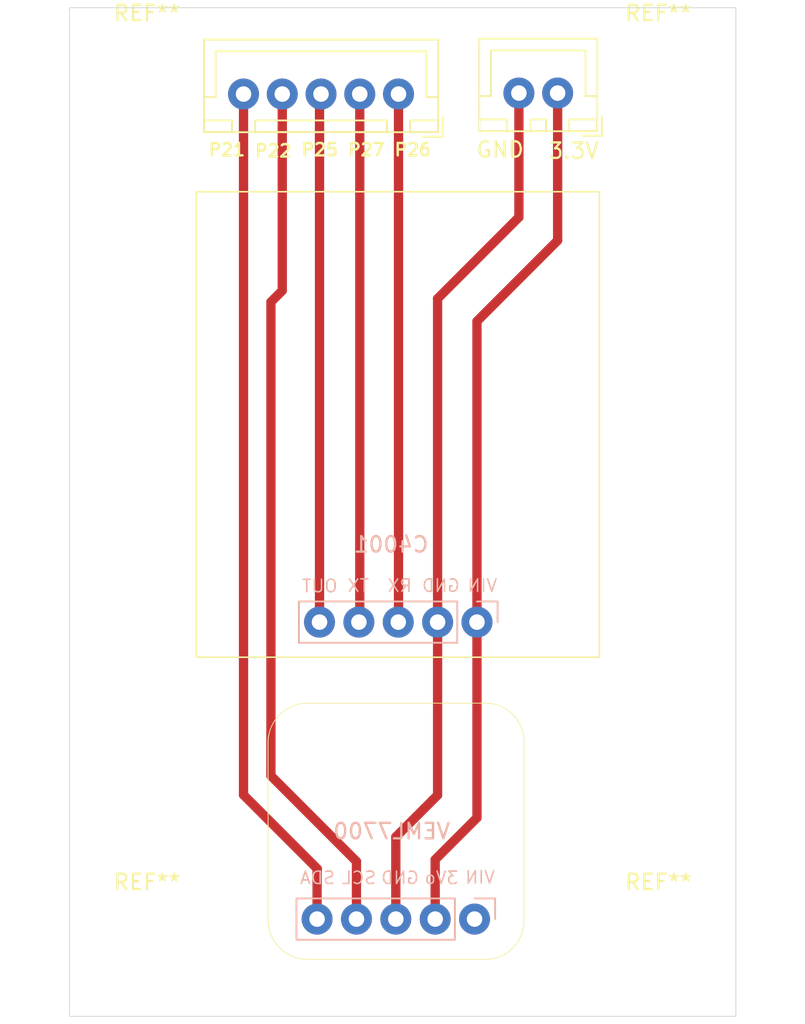
<source format=kicad_pcb>
(kicad_pcb (version 20241229) (generator "pcbnew") (generator_version "9.0")
  (layers (0 "F.Cu" signal) (2 "B.Cu" signal) (13 "F.Paste" user) (15 "B.Paste" user) (5 "F.SilkS" user "F.Silkscreen") (7 "B.SilkS" user "B.Silkscreen") (1 "F.Mask" user) (3 "B.Mask" user) (25 "Edge.Cuts" user))
  (net 0 "")
  (net 1 "GND")
  (net 2 "/RX")
  (net 3 "/OUT")
  (net 4 "/TX")
  (net 5 "/3Vo")
  (net 6 "/SCL")
  (net 7 "/SDA")
  (footprint "MountingHole:MountingHole_3.2mm_M3" (layer "F.Cu") (at 187 55)
    (property "Reference" "REF**" (at 0 -4.15 0) (layer "F.SilkS"))
    (property "Value" "MountingHole_3.2mm_M3")
    (pad "" np_thru_hole circle (at 0 0) (size 3.2 3.2) (drill 3.2) (layers "*.Cu" "*.Mask"))
  )
  (footprint "MountingHole:MountingHole_3.2mm_M3" (layer "F.Cu") (at 154 55)
    (property "Reference" "REF**" (at 0 -4.15 0) (layer "F.SilkS"))
    (property "Value" "MountingHole_3.2mm_M3")
    (pad "" np_thru_hole circle (at 0 0) (size 3.2 3.2) (drill 3.2) (layers "*.Cu" "*.Mask"))
  )
  (footprint "MountingHole:MountingHole_3.2mm_M3" (layer "F.Cu") (at 187 111)
    (property "Reference" "REF**" (at 0 -4.15 0) (layer "F.SilkS"))
    (property "Value" "MountingHole_3.2mm_M3")
    (pad "" np_thru_hole circle (at 0 0) (size 3.2 3.2) (drill 3.2) (layers "*.Cu" "*.Mask"))
  )
  (footprint "Connector_JST:JST_XH_B5B-XH-A_1x05_P2.50mm_Vertical" (layer "F.Cu") (at 170.231742 56.063348 180)
    (property "Reference" "J2" (hide yes))
    (property "Value" "Conn_01x05_Socket" (hide yes))
    (fp_line (start 12.56 3.51) (end 12.56 -2.46) (stroke (width 0.12)) (layer "F.SilkS"))
    (fp_line (start 12.56 -2.46) (end -2.56 -2.46) (stroke (width 0.12)) (layer "F.SilkS"))
    (fp_line (start 12.55 -0.2) (end 11.8 -0.2) (stroke (width 0.12)) (layer "F.SilkS"))
    (fp_line (start 12.55 -1.7) (end 12.55 -2.45) (stroke (width 0.12)) (layer "F.SilkS"))
    (fp_line (start 12.55 -2.45) (end 10.75 -2.45) (stroke (width 0.12)) (layer "F.SilkS"))
    (fp_line (start 11.8 2.75) (end 5 2.75) (stroke (width 0.12)) (layer "F.SilkS"))
    (fp_line (start 11.8 -0.2) (end 11.8 2.75) (stroke (width 0.12)) (layer "F.SilkS"))
    (fp_line (start 10.75 -1.7) (end 12.55 -1.7) (stroke (width 0.12)) (layer "F.SilkS"))
    (fp_line (start 10.75 -2.45) (end 10.75 -1.7) (stroke (width 0.12)) (layer "F.SilkS"))
    (fp_line (start 9.25 -1.7) (end 9.25 -2.45) (stroke (width 0.12)) (layer "F.SilkS"))
    (fp_line (start 9.25 -2.45) (end 0.75 -2.45) (stroke (width 0.12)) (layer "F.SilkS"))
    (fp_line (start 0.75 -1.7) (end 9.25 -1.7) (stroke (width 0.12)) (layer "F.SilkS"))
    (fp_line (start 0.75 -2.45) (end 0.75 -1.7) (stroke (width 0.12)) (layer "F.SilkS"))
    (fp_line (start -0.75 -1.7) (end -0.75 -2.45) (stroke (width 0.12)) (layer "F.SilkS"))
    (fp_line (start -0.75 -2.45) (end -2.55 -2.45) (stroke (width 0.12)) (layer "F.SilkS"))
    (fp_line (start -1.6 -2.75) (end -2.85 -2.75) (stroke (width 0.12)) (layer "F.SilkS"))
    (fp_line (start -1.8 2.75) (end 5 2.75) (stroke (width 0.12)) (layer "F.SilkS"))
    (fp_line (start -1.8 -0.2) (end -1.8 2.75) (stroke (width 0.12)) (layer "F.SilkS"))
    (fp_line (start -2.55 -0.2) (end -1.8 -0.2) (stroke (width 0.12)) (layer "F.SilkS"))
    (fp_line (start -2.55 -1.7) (end -0.75 -1.7) (stroke (width 0.12)) (layer "F.SilkS"))
    (fp_line (start -2.55 -2.45) (end -2.55 -1.7) (stroke (width 0.12)) (layer "F.SilkS"))
    (fp_line (start -2.56 3.51) (end 12.56 3.51) (stroke (width 0.12)) (layer "F.SilkS"))
    (fp_line (start -2.56 -2.46) (end -2.56 3.51) (stroke (width 0.12)) (layer "F.SilkS"))
    (fp_line (start -2.85 -2.75) (end -2.85 -1.5) (stroke (width 0.12)) (layer "F.SilkS"))
    (pad "1" thru_hole circle (at 0 0 180) (size 2 2) (drill 1) (layers "*.Cu" "*.Mask") (net 2 "/RX"))
    (pad "2" thru_hole circle (at 2.5 0 180) (size 2 2) (drill 1) (layers "*.Cu" "*.Mask") (net 4 "/TX"))
    (pad "3" thru_hole circle (at 5 0 180) (size 2 2) (drill 1) (layers "*.Cu" "*.Mask") (net 3 "/OUT"))
    (pad "4" thru_hole circle (at 7.5 0 180) (size 2 2) (drill 1) (layers "*.Cu" "*.Mask") (net 6 "/SCL"))
    (pad "5" thru_hole circle (at 10 0 180) (size 2 2) (drill 1) (layers "*.Cu" "*.Mask") (net 7 "/SDA"))
  )
  (footprint "MountingHole:MountingHole_3.2mm_M3" (layer "F.Cu") (at 154 111)
    (property "Reference" "REF**" (at 0 -4.15 0) (layer "F.SilkS"))
    (property "Value" "MountingHole_3.2mm_M3")
    (pad "" np_thru_hole circle (at 0 0) (size 3.2 3.2) (drill 3.2) (layers "*.Cu" "*.Mask"))
  )
  (footprint "Connector_JST:JST_XH_B2B-XH-A_1x02_P2.50mm_Vertical" (layer "F.Cu") (at 180.5 56 180)
    (property "Reference" "3.3V" (at -1.024395 -3.723736 0) (layer "F.SilkS"))
    (property "Value" "Conn_01x02_Socket" (hide yes))
    (fp_line (start 5.06 3.51) (end 5.06 -2.46) (stroke (width 0.12)) (layer "F.SilkS"))
    (fp_line (start 5.06 -2.46) (end -2.56 -2.46) (stroke (width 0.12)) (layer "F.SilkS"))
    (fp_line (start 5.05 -0.2) (end 4.3 -0.2) (stroke (width 0.12)) (layer "F.SilkS"))
    (fp_line (start 5.05 -1.7) (end 5.05 -2.45) (stroke (width 0.12)) (layer "F.SilkS"))
    (fp_line (start 5.05 -2.45) (end 3.25 -2.45) (stroke (width 0.12)) (layer "F.SilkS"))
    (fp_line (start 4.3 2.75) (end 1.25 2.75) (stroke (width 0.12)) (layer "F.SilkS"))
    (fp_line (start 4.3 -0.2) (end 4.3 2.75) (stroke (width 0.12)) (layer "F.SilkS"))
    (fp_line (start 3.25 -1.7) (end 5.05 -1.7) (stroke (width 0.12)) (layer "F.SilkS"))
    (fp_line (start 3.25 -2.45) (end 3.25 -1.7) (stroke (width 0.12)) (layer "F.SilkS"))
    (fp_line (start 1.75 -1.7) (end 1.75 -2.45) (stroke (width 0.12)) (layer "F.SilkS"))
    (fp_line (start 1.75 -2.45) (end 0.75 -2.45) (stroke (width 0.12)) (layer "F.SilkS"))
    (fp_line (start 0.75 -1.7) (end 1.75 -1.7) (stroke (width 0.12)) (layer "F.SilkS"))
    (fp_line (start 0.75 -2.45) (end 0.75 -1.7) (stroke (width 0.12)) (layer "F.SilkS"))
    (fp_line (start -0.75 -1.7) (end -0.75 -2.45) (stroke (width 0.12)) (layer "F.SilkS"))
    (fp_line (start -0.75 -2.45) (end -2.55 -2.45) (stroke (width 0.12)) (layer "F.SilkS"))
    (fp_line (start -1.6 -2.75) (end -2.85 -2.75) (stroke (width 0.12)) (layer "F.SilkS"))
    (fp_line (start -1.8 2.75) (end 1.25 2.75) (stroke (width 0.12)) (layer "F.SilkS"))
    (fp_line (start -1.8 -0.2) (end -1.8 2.75) (stroke (width 0.12)) (layer "F.SilkS"))
    (fp_line (start -2.55 -0.2) (end -1.8 -0.2) (stroke (width 0.12)) (layer "F.SilkS"))
    (fp_line (start -2.55 -1.7) (end -0.75 -1.7) (stroke (width 0.12)) (layer "F.SilkS"))
    (fp_line (start -2.55 -2.45) (end -2.55 -1.7) (stroke (width 0.12)) (layer "F.SilkS"))
    (fp_line (start -2.56 3.51) (end 5.06 3.51) (stroke (width 0.12)) (layer "F.SilkS"))
    (fp_line (start -2.56 -2.46) (end -2.56 3.51) (stroke (width 0.12)) (layer "F.SilkS"))
    (fp_line (start -2.85 -2.75) (end -2.85 -1.5) (stroke (width 0.12)) (layer "F.SilkS"))
    (pad "1" thru_hole circle (at 0 0 180) (size 2 2) (drill 1) (layers "*.Cu" "*.Mask") (net 5 "/3Vo"))
    (pad "2" thru_hole circle (at 2.5 0 180) (size 2 2) (drill 1) (layers "*.Cu" "*.Mask") (net 1 "GND"))
  )
  (footprint "Connector_PinSocket_2.54mm:PinSocket_1x05_P2.54mm_Vertical" (layer "B.Cu") (at 175.137939 109.233923 90)
    (property "Reference" "VEML7700" (at 5.659361 -5.347031 0) (layer "B.SilkS") (effects (justify mirror)))
    (property "Value" "Conn_01x05_Socket" (hide yes))
    (fp_line (start -1.33 -11.49) (end 1.33 -11.49) (stroke (width 0.12)) (layer "B.SilkS"))
    (fp_line (start 1.33 -1.27) (end 1.33 -11.49) (stroke (width 0.12)) (layer "B.SilkS"))
    (fp_line (start -1.33 -1.27) (end -1.33 -11.49) (stroke (width 0.12)) (layer "B.SilkS"))
    (fp_line (start -1.33 -1.27) (end 1.33 -1.27) (stroke (width 0.12)) (layer "B.SilkS"))
    (fp_line (start 1.33 1.33) (end 1.33 0) (stroke (width 0.12)) (layer "B.SilkS"))
    (fp_line (start 0 1.33) (end 1.33 1.33) (stroke (width 0.12)) (layer "B.SilkS"))
    (pad "1" thru_hole circle (at 0 0 90) (size 2 2) (drill 1) (layers "*.Cu" "*.Mask"))
    (pad "2" thru_hole circle (at 0 -2.54 90) (size 2 2) (drill 1) (layers "*.Cu" "*.Mask") (net 5 "/3Vo"))
    (pad "3" thru_hole circle (at 0 -5.08 90) (size 2 2) (drill 1) (layers "*.Cu" "*.Mask") (net 1 "GND"))
    (pad "4" thru_hole circle (at 0 -7.62 90) (size 2 2) (drill 1) (layers "*.Cu" "*.Mask") (net 6 "/SCL"))
    (pad "5" thru_hole circle (at 0 -10.16 90) (size 2 2) (drill 1) (layers "*.Cu" "*.Mask") (net 7 "/SDA"))
  )
  (footprint "Connector_PinSocket_2.54mm:PinSocket_1x05_P2.54mm_Vertical" (layer "B.Cu") (at 175.29503 90.095501 90)
    (property "Reference" "C4001" (at 5 -5.54 0) (layer "B.SilkS") (effects (justify mirror)))
    (property "Value" "Conn_01x05_Socket" (hide yes))
    (fp_line (start -1.33 -11.49) (end 1.33 -11.49) (stroke (width 0.12)) (layer "B.SilkS"))
    (fp_line (start 1.33 -1.27) (end 1.33 -11.49) (stroke (width 0.12)) (layer "B.SilkS"))
    (fp_line (start -1.33 -1.27) (end -1.33 -11.49) (stroke (width 0.12)) (layer "B.SilkS"))
    (fp_line (start -1.33 -1.27) (end 1.33 -1.27) (stroke (width 0.12)) (layer "B.SilkS"))
    (fp_line (start 1.33 1.33) (end 1.33 0) (stroke (width 0.12)) (layer "B.SilkS"))
    (fp_line (start 0 1.33) (end 1.33 1.33) (stroke (width 0.12)) (layer "B.SilkS"))
    (pad "1" thru_hole circle (at 0 0 90) (size 2 2) (drill 1) (layers "*.Cu" "*.Mask") (net 5 "/3Vo"))
    (pad "2" thru_hole circle (at 0 -2.54 90) (size 2 2) (drill 1) (layers "*.Cu" "*.Mask") (net 1 "GND"))
    (pad "3" thru_hole circle (at 0 -5.08 90) (size 2 2) (drill 1) (layers "*.Cu" "*.Mask") (net 2 "/RX"))
    (pad "4" thru_hole circle (at 0 -7.62 90) (size 2 2) (drill 1) (layers "*.Cu" "*.Mask") (net 4 "/TX"))
    (pad "5" thru_hole circle (at 0 -10.16 90) (size 2 2) (drill 1) (layers "*.Cu" "*.Mask") (net 3 "/OUT"))
  )
  (gr_line (start 178.32497 97.732562) (end 178.32497 109.416562) (stroke (width 0.05)) (layer "F.SilkS"))
  (gr_arc (start 178.32497 109.416562) (mid 177.554717 111.149103) (end 175.78497 111.829562) (stroke (width 0.05)) (layer "F.SilkS"))
  (gr_arc (start 161.81497 97.859562) (mid 162.558917 96.063501) (end 164.35497 95.319562) (stroke (width 0.05)) (layer "F.SilkS"))
  (gr_arc (start 164.35497 111.829562) (mid 162.558939 111.085603) (end 161.81497 109.289562) (stroke (width 0.05)) (layer "F.SilkS"))
  (gr_line (start 161.81497 109.289562) (end 161.81497 97.859562) (stroke (width 0.05)) (layer "F.SilkS"))
  (gr_rect (start 157.186824 62.357883) (end 183.186824 92.357883) (stroke (width 0.1)) (fill no) (layer "F.SilkS"))
  (gr_line (start 175.78497 111.829562) (end 164.35497 111.829562) (stroke (width 0.05)) (layer "F.SilkS"))
  (gr_arc (start 175.78497 95.319562) (mid 177.554738 96) (end 178.32497 97.732562) (stroke (width 0.05)) (layer "F.SilkS"))
  (gr_line (start 164.35497 95.319562) (end 175.78497 95.319562) (stroke (width 0.05)) (layer "F.SilkS"))
  (gr_rect (start 149 50.5) (end 192 115.5) (stroke (width 0.05)) (fill no) (layer "Edge.Cuts"))
  (gr_text "P21" (at 159.153722 60.11956 0) (layer "F.SilkS") (effects (font (size 0.8 0.8) (thickness 0.16) (bold yes)) (justify bottom)))
  (gr_text "P22" (at 162.153722 60.193759 0) (layer "F.SilkS") (effects (font (size 0.8 0.8) (thickness 0.16) (bold yes)) (justify bottom)))
  (gr_text "P25" (at 165.153722 60.11956 0) (layer "F.SilkS") (effects (font (size 0.8 0.8) (thickness 0.16) (bold yes)) (justify bottom)))
  (gr_text "P26" (at 171.153722 60.11956 0) (layer "F.SilkS") (effects (font (size 0.8 0.8) (thickness 0.16) (bold yes)) (justify bottom)))
  (gr_text "GND" (at 176.78901 59.648571 -0) (layer "F.SilkS") (effects (font (size 1 1))))
  (gr_text "P27" (at 168.153722 60.11956 0) (layer "F.SilkS") (effects (font (size 0.8 0.8) (thickness 0.16) (bold yes)) (justify bottom)))
  (gr_text "GND" (at 170.330335 106.574562 -0) (layer "B.SilkS") (effects (font (size 0.8 0.8) (thickness 0.1)) (justify mirror)))
  (gr_text "TX" (at 167.640487 87.743459 -0) (layer "B.SilkS") (effects (font (size 0.8 0.8) (thickness 0.1)) (justify mirror)))
  (gr_text "3Vo" (at 173.003612 106.574562 -0) (layer "B.SilkS") (effects (font (size 0.8 0.8) (thickness 0.1)) (justify mirror)))
  (gr_text "GND" (at 172.968556 87.743459 -0) (layer "B.SilkS") (effects (font (size 0.8 0.8) (thickness 0.1)) (justify mirror)))
  (gr_text "VIN" (at 175.640487 87.743459 -0) (layer "B.SilkS") (effects (font (size 0.8 0.8) (thickness 0.1)) (justify mirror)))
  (gr_text "SDA" (at 165.003612 106.574562 -0) (layer "B.SilkS") (effects (font (size 0.8 0.8) (thickness 0.1)) (justify mirror)))
  (gr_text "SCL" (at 167.675543 106.574562 -0) (layer "B.SilkS") (effects (font (size 0.8 0.8) (thickness 0.1)) (justify mirror)))
  (gr_text "VIN" (at 175.4964 106.548166 -0) (layer "B.SilkS") (effects (font (size 0.8 0.8) (thickness 0.1)) (justify mirror)))
  (gr_text "RX" (at 170.313764 87.743459 -0) (layer "B.SilkS") (effects (font (size 0.8 0.8) (thickness 0.1)) (justify mirror)))
  (gr_text "OUT" (at 165.147699 87.769855 -0) (layer "B.SilkS") (effects (font (size 0.8 0.8) (thickness 0.1)) (justify mirror)))
  (segment (start 172.75503 69.24497) (end 178 64) (width 0.6) (layer "F.Cu") (net 1))
  (segment (start 178 64) (end 178 56) (width 0.6) (layer "F.Cu") (net 1))
  (segment (start 170.057939 103.942061) (end 172.75503 101.24497) (width 0.6) (layer "F.Cu") (net 1))
  (segment (start 172.75503 101.24497) (end 172.75503 90.095501) (width 0.6) (layer "F.Cu") (net 1))
  (segment (start 170.057939 109.233923) (end 170.057939 103.942061) (width 0.6) (layer "F.Cu") (net 1))
  (segment (start 172.75503 90.095501) (end 172.75503 69.24497) (width 0.6) (layer "F.Cu") (net 1))
  (segment (start 170.231742 56.063348) (end 170.231742 90.078789) (width 0.6) (layer "F.Cu") (net 2))
  (segment (start 170.231742 90.078789) (end 170.21503 90.095501) (width 0.2) (layer "F.Cu") (net 2))
  (segment (start 165.13503 56.16006) (end 165.231742 56.063348) (width 0.2) (layer "F.Cu") (net 3))
  (segment (start 165.538752 56.038752) (end 165.5 56) (width 0.2) (layer "F.Cu") (net 3))
  (segment (start 165.13503 90.095501) (end 165.13503 56.16006) (width 0.6) (layer "F.Cu") (net 3))
  (segment (start 165.13503 90.635501) (end 165.13503 90.095501) (width 0.2) (layer "B.Cu") (net 3))
  (segment (start 167.731742 56.063348) (end 167.731742 90.038789) (width 0.6) (layer "F.Cu") (net 4))
  (segment (start 167.731742 90.038789) (end 167.67503 90.095501) (width 0.2) (layer "F.Cu") (net 4))
  (segment (start 175.29503 102.70497) (end 172.597939 105.402061) (width 0.6) (layer "F.Cu") (net 5))
  (segment (start 175.29503 90.095501) (end 175.29503 70.70497) (width 0.6) (layer "F.Cu") (net 5))
  (segment (start 175.29503 70.70497) (end 180.5 65.5) (width 0.6) (layer "F.Cu") (net 5))
  (segment (start 172.597939 105.402061) (end 172.597939 109.233923) (width 0.6) (layer "F.Cu") (net 5))
  (segment (start 175.29503 90.095501) (end 175.29503 102.70497) (width 0.6) (layer "F.Cu") (net 5))
  (segment (start 180.5 65.5) (end 180.5 56) (width 0.6) (layer "F.Cu") (net 5))
  (segment (start 162 100) (end 162 69.463484) (width 0.6) (layer "F.Cu") (net 6))
  (segment (start 167.517939 109.233923) (end 167.517939 105.517939) (width 0.6) (layer "F.Cu") (net 6))
  (segment (start 162 69.463484) (end 162.731742 68.731742) (width 0.6) (layer "F.Cu") (net 6))
  (segment (start 162.731742 68.731742) (end 162.731742 56.063348) (width 0.6) (layer "F.Cu") (net 6))
  (segment (start 167.517939 105.517939) (end 162 100) (width 0.6) (layer "F.Cu") (net 6))
  (segment (start 164.977939 106.022061) (end 164.977939 109.233923) (width 0.6) (layer "F.Cu") (net 7))
  (segment (start 160.458752 56.041248) (end 160.5 56) (width 0.2) (layer "F.Cu") (net 7))
  (segment (start 160.231742 56.063348) (end 160.231742 101.231742) (width 0.6) (layer "F.Cu") (net 7))
  (segment (start 160.231742 101.231742) (end 165 106) (width 0.6) (layer "F.Cu") (net 7))
  (segment (start 165 106) (end 164.977939 106.022061) (width 0.2) (layer "F.Cu") (net 7))
)
</source>
